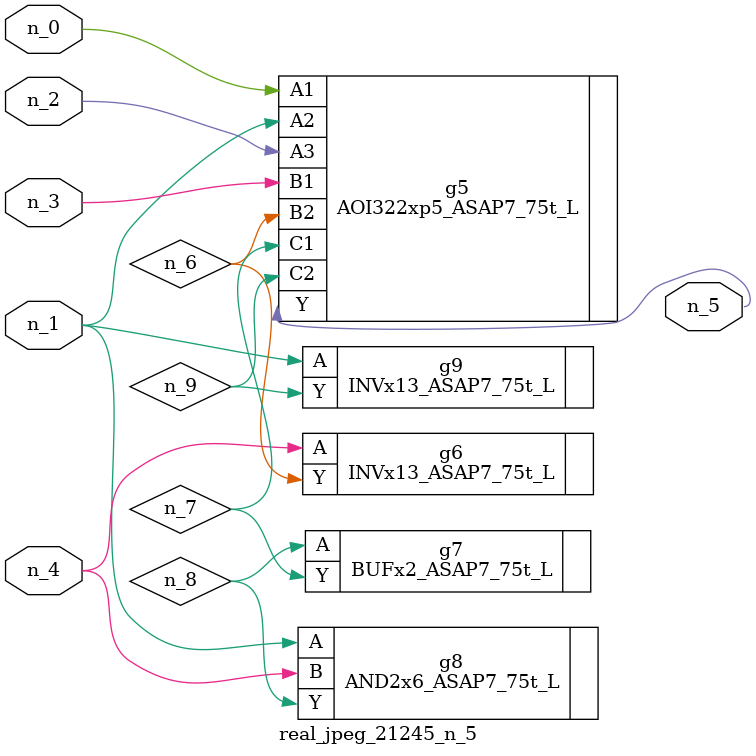
<source format=v>
module real_jpeg_21245_n_5 (n_4, n_0, n_1, n_2, n_3, n_5);

input n_4;
input n_0;
input n_1;
input n_2;
input n_3;

output n_5;

wire n_8;
wire n_6;
wire n_7;
wire n_9;

AOI322xp5_ASAP7_75t_L g5 ( 
.A1(n_0),
.A2(n_1),
.A3(n_2),
.B1(n_3),
.B2(n_6),
.C1(n_7),
.C2(n_9),
.Y(n_5)
);

AND2x6_ASAP7_75t_L g8 ( 
.A(n_1),
.B(n_4),
.Y(n_8)
);

INVx13_ASAP7_75t_L g9 ( 
.A(n_1),
.Y(n_9)
);

INVx13_ASAP7_75t_L g6 ( 
.A(n_4),
.Y(n_6)
);

BUFx2_ASAP7_75t_L g7 ( 
.A(n_8),
.Y(n_7)
);


endmodule
</source>
